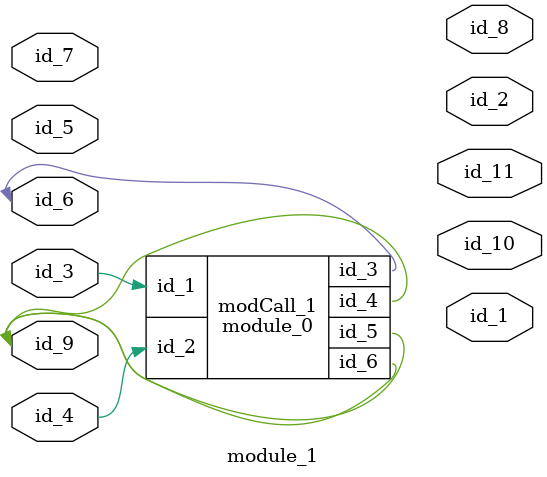
<source format=v>
module module_0 (
    id_1,
    id_2,
    id_3,
    id_4,
    id_5,
    id_6
);
  inout wire id_6;
  inout wire id_5;
  output wire id_4;
  output wire id_3;
  input wire id_2;
  input wire id_1;
endmodule
module module_1 (
    id_1,
    id_2,
    id_3,
    id_4,
    id_5,
    id_6,
    id_7,
    id_8,
    id_9,
    id_10,
    id_11
);
  output wire id_11;
  output wire id_10;
  inout wire id_9;
  output wire id_8;
  inout wire id_7;
  inout wire id_6;
  input wire id_5;
  input wire id_4;
  input wire id_3;
  output wire id_2;
  output wire id_1;
  wire id_12, id_13, id_14;
  module_0 modCall_1 (
      id_3,
      id_4,
      id_6,
      id_9,
      id_9,
      id_9
  );
  wire id_15;
endmodule

</source>
